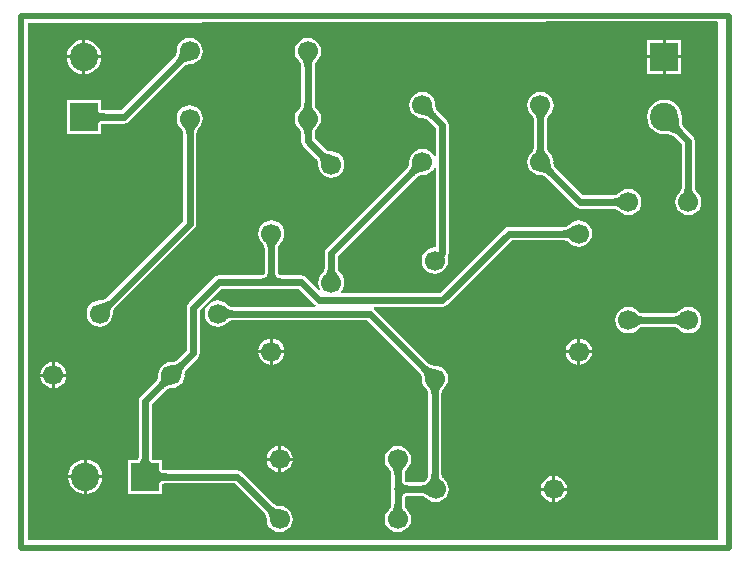
<source format=gbl>
G04 Layer_Physical_Order=2*
G04 Layer_Color=13278208*
%FSLAX44Y44*%
%MOMM*%
G71*
G01*
G75*
%ADD12C,0.6000*%
%ADD13C,0.5000*%
%ADD14R,2.4000X2.4000*%
%ADD15C,2.4000*%
%ADD16R,2.4000X2.4000*%
%ADD17C,1.7000*%
G36*
X590550Y444871D02*
Y6350D01*
X6350D01*
Y444500D01*
X589651Y445768D01*
X590550Y444871D01*
D02*
G37*
%LPC*%
G36*
X143040Y374355D02*
X140158Y373976D01*
X137472Y372863D01*
X135166Y371094D01*
X133397Y368788D01*
X132284Y366102D01*
X131905Y363220D01*
X132284Y360338D01*
X133397Y357652D01*
X135166Y355346D01*
X135406Y355162D01*
X135706Y354846D01*
X136082Y354386D01*
X136406Y353918D01*
X136683Y353440D01*
X136915Y352950D01*
X137104Y352443D01*
X137253Y351915D01*
X137360Y351362D01*
X137392Y351086D01*
Y276660D01*
X71426Y210694D01*
X71209Y210521D01*
X70742Y210206D01*
X70264Y209938D01*
X69771Y209713D01*
X69260Y209531D01*
X68727Y209388D01*
X68166Y209287D01*
X67575Y209227D01*
X67140Y209216D01*
X66840Y209255D01*
X63958Y208876D01*
X61272Y207763D01*
X58966Y205994D01*
X57197Y203688D01*
X56084Y201002D01*
X55705Y198120D01*
X56084Y195238D01*
X57197Y192552D01*
X58966Y190246D01*
X61272Y188477D01*
X63958Y187364D01*
X66840Y186985D01*
X69722Y187364D01*
X72408Y188477D01*
X74714Y190246D01*
X76483Y192552D01*
X77596Y195238D01*
X77975Y198120D01*
X77936Y198420D01*
X77947Y198855D01*
X78007Y199446D01*
X78108Y200007D01*
X78251Y200540D01*
X78433Y201051D01*
X78658Y201544D01*
X78926Y202022D01*
X79241Y202489D01*
X79414Y202706D01*
X147034Y270326D01*
X147034Y270326D01*
X148259Y272158D01*
X148689Y274320D01*
X148688Y274320D01*
Y351086D01*
X148720Y351362D01*
X148827Y351915D01*
X148976Y352443D01*
X149165Y352949D01*
X149397Y353440D01*
X149674Y353918D01*
X149998Y354386D01*
X150374Y354847D01*
X150674Y355162D01*
X150914Y355346D01*
X152683Y357652D01*
X153796Y360338D01*
X154175Y363220D01*
X153796Y366102D01*
X152683Y368788D01*
X150914Y371094D01*
X148608Y372863D01*
X145922Y373976D01*
X143040Y374355D01*
D02*
G37*
G36*
X217970Y85898D02*
X216358Y85686D01*
X213672Y84573D01*
X211366Y82804D01*
X209597Y80498D01*
X208484Y77812D01*
X208272Y76200D01*
X217970D01*
Y85898D01*
D02*
G37*
G36*
X565150Y203705D02*
X562268Y203326D01*
X559582Y202213D01*
X557276Y200444D01*
X557092Y200204D01*
X556777Y199904D01*
X556316Y199528D01*
X555848Y199204D01*
X555370Y198927D01*
X554880Y198695D01*
X554373Y198506D01*
X553845Y198357D01*
X553292Y198250D01*
X553016Y198218D01*
X526484D01*
X526208Y198250D01*
X525655Y198357D01*
X525127Y198506D01*
X524621Y198695D01*
X524130Y198927D01*
X523652Y199204D01*
X523184Y199528D01*
X522723Y199904D01*
X522408Y200204D01*
X522224Y200444D01*
X519918Y202213D01*
X517232Y203326D01*
X514350Y203705D01*
X511468Y203326D01*
X508782Y202213D01*
X506476Y200444D01*
X504707Y198138D01*
X503594Y195452D01*
X503215Y192570D01*
X503594Y189688D01*
X504707Y187002D01*
X506476Y184696D01*
X508782Y182927D01*
X511468Y181814D01*
X514350Y181435D01*
X517232Y181814D01*
X519918Y182927D01*
X522224Y184696D01*
X522408Y184936D01*
X522724Y185236D01*
X523184Y185612D01*
X523652Y185936D01*
X524130Y186213D01*
X524620Y186445D01*
X525127Y186634D01*
X525655Y186783D01*
X526208Y186890D01*
X526484Y186922D01*
X553016D01*
X553292Y186890D01*
X553845Y186783D01*
X554373Y186634D01*
X554879Y186445D01*
X555370Y186213D01*
X555848Y185936D01*
X556316Y185612D01*
X556777Y185236D01*
X557092Y184936D01*
X557276Y184696D01*
X559582Y182927D01*
X562268Y181814D01*
X565150Y181435D01*
X568032Y181814D01*
X570718Y182927D01*
X573024Y184696D01*
X574793Y187002D01*
X575906Y189688D01*
X576285Y192570D01*
X575906Y195452D01*
X574793Y198138D01*
X573024Y200444D01*
X570718Y202213D01*
X568032Y203326D01*
X565150Y203705D01*
D02*
G37*
G36*
X26200Y144780D02*
X16502D01*
X16714Y143168D01*
X17827Y140482D01*
X19596Y138176D01*
X21902Y136407D01*
X24588Y135294D01*
X26200Y135082D01*
Y144780D01*
D02*
G37*
G36*
X220510Y85898D02*
Y76200D01*
X230208D01*
X229996Y77812D01*
X228883Y80498D01*
X227114Y82804D01*
X224808Y84573D01*
X222122Y85686D01*
X220510Y85898D01*
D02*
G37*
G36*
X230208Y73660D02*
X220510D01*
Y63962D01*
X222122Y64174D01*
X224808Y65287D01*
X227114Y67056D01*
X228883Y69362D01*
X229996Y72048D01*
X230208Y73660D01*
D02*
G37*
G36*
X544830Y379266D02*
X541034Y378766D01*
X537497Y377301D01*
X534460Y374970D01*
X532129Y371933D01*
X530664Y368396D01*
X530164Y364600D01*
X530664Y360804D01*
X532129Y357267D01*
X534460Y354230D01*
X537497Y351899D01*
X541034Y350434D01*
X544830Y349935D01*
X545364Y350005D01*
X546318Y349991D01*
X547565Y349909D01*
X548717Y349765D01*
X549770Y349562D01*
X550727Y349306D01*
X551589Y349000D01*
X552359Y348648D01*
X553043Y348253D01*
X553566Y347876D01*
X559501Y341940D01*
Y304704D01*
X559470Y304428D01*
X559363Y303875D01*
X559214Y303347D01*
X559025Y302840D01*
X558793Y302350D01*
X558516Y301872D01*
X558192Y301404D01*
X557816Y300943D01*
X557516Y300628D01*
X557276Y300444D01*
X555507Y298138D01*
X554394Y295452D01*
X554015Y292570D01*
X554394Y289688D01*
X555507Y287002D01*
X557276Y284696D01*
X559582Y282927D01*
X562268Y281814D01*
X565150Y281435D01*
X568032Y281814D01*
X570718Y282927D01*
X573024Y284696D01*
X574793Y287002D01*
X575906Y289688D01*
X576285Y292570D01*
X575906Y295452D01*
X574793Y298138D01*
X573024Y300444D01*
X572784Y300628D01*
X572484Y300944D01*
X572108Y301404D01*
X571784Y301872D01*
X571507Y302350D01*
X571275Y302840D01*
X571086Y303347D01*
X570937Y303875D01*
X570830Y304428D01*
X570798Y304704D01*
Y344280D01*
X570799Y344280D01*
X570369Y346442D01*
X569144Y348274D01*
X569144Y348274D01*
X561554Y355864D01*
X561177Y356387D01*
X560782Y357071D01*
X560430Y357841D01*
X560124Y358703D01*
X559868Y359660D01*
X559673Y360675D01*
X559438Y363149D01*
X559425Y364066D01*
X559496Y364600D01*
X558996Y368396D01*
X557531Y371933D01*
X555200Y374970D01*
X552163Y377301D01*
X548626Y378766D01*
X544830Y379266D01*
D02*
G37*
G36*
X55870Y74498D02*
Y61270D01*
X69098D01*
X68766Y63796D01*
X67301Y67333D01*
X64970Y70370D01*
X61933Y72701D01*
X58396Y74166D01*
X55870Y74498D01*
D02*
G37*
G36*
X439890Y385785D02*
X437008Y385406D01*
X434322Y384293D01*
X432016Y382524D01*
X430247Y380218D01*
X429134Y377532D01*
X428755Y374650D01*
X429134Y371768D01*
X430247Y369082D01*
X432016Y366776D01*
X432256Y366592D01*
X432556Y366277D01*
X432932Y365816D01*
X433256Y365348D01*
X433533Y364870D01*
X433765Y364380D01*
X433954Y363873D01*
X434103Y363345D01*
X434210Y362792D01*
X434241Y362516D01*
Y338524D01*
X434210Y338248D01*
X434103Y337695D01*
X433954Y337167D01*
X433765Y336660D01*
X433533Y336170D01*
X433256Y335692D01*
X432932Y335224D01*
X432556Y334763D01*
X432256Y334448D01*
X432016Y334264D01*
X430247Y331958D01*
X429134Y329272D01*
X428755Y326390D01*
X429134Y323508D01*
X430247Y320822D01*
X432016Y318516D01*
X434322Y316747D01*
X437008Y315634D01*
X439890Y315255D01*
X440190Y315294D01*
X440625Y315283D01*
X441216Y315223D01*
X441777Y315122D01*
X442310Y314979D01*
X442821Y314797D01*
X443314Y314572D01*
X443792Y314304D01*
X444259Y313989D01*
X444476Y313816D01*
X469716Y288576D01*
X469716Y288576D01*
X471548Y287351D01*
X473710Y286921D01*
X473710Y286922D01*
X502216D01*
X502492Y286890D01*
X503045Y286783D01*
X503573Y286634D01*
X504080Y286445D01*
X504570Y286213D01*
X505048Y285936D01*
X505516Y285612D01*
X505977Y285236D01*
X506292Y284936D01*
X506476Y284696D01*
X508782Y282927D01*
X511468Y281814D01*
X514350Y281435D01*
X517232Y281814D01*
X519918Y282927D01*
X522224Y284696D01*
X523993Y287002D01*
X525106Y289688D01*
X525485Y292570D01*
X525106Y295452D01*
X523993Y298138D01*
X522224Y300444D01*
X519918Y302213D01*
X517232Y303326D01*
X514350Y303705D01*
X511468Y303326D01*
X508782Y302213D01*
X506476Y300444D01*
X506292Y300204D01*
X505976Y299904D01*
X505516Y299528D01*
X505048Y299204D01*
X504570Y298927D01*
X504080Y298695D01*
X503573Y298506D01*
X503045Y298357D01*
X502492Y298250D01*
X502216Y298218D01*
X476050D01*
X452464Y321804D01*
X452291Y322021D01*
X451976Y322489D01*
X451708Y322966D01*
X451483Y323459D01*
X451301Y323970D01*
X451158Y324503D01*
X451057Y325064D01*
X450997Y325655D01*
X450986Y326090D01*
X451025Y326390D01*
X450646Y329272D01*
X449533Y331958D01*
X447764Y334264D01*
X447524Y334448D01*
X447224Y334763D01*
X446848Y335224D01*
X446524Y335692D01*
X446247Y336170D01*
X446015Y336660D01*
X445826Y337167D01*
X445677Y337695D01*
X445570Y338248D01*
X445538Y338524D01*
Y362516D01*
X445570Y362792D01*
X445677Y363345D01*
X445826Y363873D01*
X446015Y364380D01*
X446247Y364870D01*
X446524Y365348D01*
X446848Y365816D01*
X447224Y366277D01*
X447524Y366592D01*
X447764Y366776D01*
X449533Y369082D01*
X450646Y371768D01*
X451025Y374650D01*
X450646Y377532D01*
X449533Y380218D01*
X447764Y382524D01*
X445458Y384293D01*
X442772Y385406D01*
X439890Y385785D01*
D02*
G37*
G36*
X243040Y431505D02*
X240158Y431126D01*
X237472Y430013D01*
X235166Y428244D01*
X233397Y425938D01*
X232284Y423252D01*
X231905Y420370D01*
X232284Y417488D01*
X233397Y414802D01*
X235166Y412496D01*
X235406Y412312D01*
X235706Y411996D01*
X236082Y411536D01*
X236406Y411068D01*
X236683Y410590D01*
X236915Y410100D01*
X237104Y409593D01*
X237253Y409065D01*
X237360Y408512D01*
X237391Y408236D01*
Y375354D01*
X237360Y375078D01*
X237253Y374525D01*
X237104Y373997D01*
X236915Y373490D01*
X236683Y373000D01*
X236406Y372522D01*
X236082Y372054D01*
X235706Y371593D01*
X235406Y371278D01*
X235166Y371094D01*
X233397Y368788D01*
X232284Y366102D01*
X231905Y363220D01*
X232284Y360338D01*
X233397Y357652D01*
X235166Y355346D01*
X235406Y355162D01*
X235706Y354846D01*
X236082Y354386D01*
X236406Y353918D01*
X236683Y353440D01*
X236915Y352950D01*
X237104Y352443D01*
X237253Y351915D01*
X237360Y351362D01*
X237391Y351086D01*
Y344170D01*
X237391Y344170D01*
X237821Y342008D01*
X239046Y340176D01*
X250316Y328906D01*
X250489Y328689D01*
X250804Y328222D01*
X251072Y327744D01*
X251297Y327251D01*
X251479Y326740D01*
X251622Y326207D01*
X251723Y325646D01*
X251783Y325055D01*
X251794Y324620D01*
X251755Y324320D01*
X252134Y321438D01*
X253247Y318752D01*
X255016Y316446D01*
X257322Y314677D01*
X260008Y313564D01*
X262890Y313185D01*
X265772Y313564D01*
X268458Y314677D01*
X270764Y316446D01*
X272533Y318752D01*
X273646Y321438D01*
X274025Y324320D01*
X273646Y327202D01*
X272533Y329888D01*
X270764Y332194D01*
X268458Y333963D01*
X265772Y335076D01*
X262890Y335455D01*
X262590Y335416D01*
X262155Y335427D01*
X261564Y335487D01*
X261003Y335588D01*
X260470Y335731D01*
X259959Y335913D01*
X259466Y336138D01*
X258988Y336406D01*
X258521Y336721D01*
X258304Y336894D01*
X248689Y346510D01*
Y351086D01*
X248720Y351362D01*
X248827Y351915D01*
X248976Y352443D01*
X249165Y352949D01*
X249397Y353440D01*
X249674Y353918D01*
X249998Y354386D01*
X250374Y354847D01*
X250674Y355162D01*
X250914Y355346D01*
X252683Y357652D01*
X253796Y360338D01*
X254175Y363220D01*
X253796Y366102D01*
X252683Y368788D01*
X250914Y371094D01*
X250674Y371278D01*
X250374Y371594D01*
X249998Y372054D01*
X249674Y372522D01*
X249397Y373000D01*
X249165Y373490D01*
X248976Y373997D01*
X248827Y374525D01*
X248720Y375078D01*
X248689Y375354D01*
Y408236D01*
X248720Y408512D01*
X248827Y409065D01*
X248976Y409593D01*
X249165Y410099D01*
X249397Y410590D01*
X249674Y411068D01*
X249998Y411536D01*
X250374Y411997D01*
X250674Y412312D01*
X250914Y412496D01*
X252683Y414802D01*
X253796Y417488D01*
X254175Y420370D01*
X253796Y423252D01*
X252683Y425938D01*
X250914Y428244D01*
X248608Y430013D01*
X245922Y431126D01*
X243040Y431505D01*
D02*
G37*
G36*
X217970Y73660D02*
X208272D01*
X208484Y72048D01*
X209597Y69362D01*
X211366Y67056D01*
X213672Y65287D01*
X216358Y64174D01*
X217970Y63962D01*
Y73660D01*
D02*
G37*
G36*
X210820Y164630D02*
X201122D01*
X201334Y163018D01*
X202447Y160332D01*
X204216Y158026D01*
X206522Y156257D01*
X209208Y155144D01*
X210820Y154932D01*
Y164630D01*
D02*
G37*
G36*
X471170D02*
X461472D01*
X461684Y163018D01*
X462797Y160332D01*
X464566Y158026D01*
X466872Y156257D01*
X469558Y155144D01*
X471170Y154932D01*
Y164630D01*
D02*
G37*
G36*
X28740Y157018D02*
Y147320D01*
X38438D01*
X38226Y148932D01*
X37113Y151618D01*
X35344Y153924D01*
X33038Y155693D01*
X30352Y156806D01*
X28740Y157018D01*
D02*
G37*
G36*
X38438Y144780D02*
X28740D01*
Y135082D01*
X30352Y135294D01*
X33038Y136407D01*
X35344Y138176D01*
X37113Y140482D01*
X38226Y143168D01*
X38438Y144780D01*
D02*
G37*
G36*
X26200Y157018D02*
X24588Y156806D01*
X21902Y155693D01*
X19596Y153924D01*
X17827Y151618D01*
X16714Y148932D01*
X16502Y147320D01*
X26200D01*
Y157018D01*
D02*
G37*
G36*
X223058Y164630D02*
X213360D01*
Y154932D01*
X214972Y155144D01*
X217658Y156257D01*
X219964Y158026D01*
X221733Y160332D01*
X222846Y163018D01*
X223058Y164630D01*
D02*
G37*
G36*
X213360Y176868D02*
Y167170D01*
X223058D01*
X222846Y168782D01*
X221733Y171468D01*
X219964Y173774D01*
X217658Y175543D01*
X214972Y176656D01*
X213360Y176868D01*
D02*
G37*
G36*
X473710D02*
Y167170D01*
X483408D01*
X483196Y168782D01*
X482083Y171468D01*
X480314Y173774D01*
X478008Y175543D01*
X475322Y176656D01*
X473710Y176868D01*
D02*
G37*
G36*
X471170D02*
X469558Y176656D01*
X466872Y175543D01*
X464566Y173774D01*
X462797Y171468D01*
X461684Y168782D01*
X461472Y167170D01*
X471170D01*
Y176868D01*
D02*
G37*
G36*
X483408Y164630D02*
X473710D01*
Y154932D01*
X475322Y155144D01*
X478008Y156257D01*
X480314Y158026D01*
X482083Y160332D01*
X483196Y163018D01*
X483408Y164630D01*
D02*
G37*
G36*
X210820Y176868D02*
X209208Y176656D01*
X206522Y175543D01*
X204216Y173774D01*
X202447Y171468D01*
X201334Y168782D01*
X201122Y167170D01*
X210820D01*
Y176868D01*
D02*
G37*
G36*
X462288Y48260D02*
X452590D01*
Y38562D01*
X454202Y38774D01*
X456888Y39887D01*
X459194Y41656D01*
X460963Y43962D01*
X462076Y46648D01*
X462288Y48260D01*
D02*
G37*
G36*
X52070Y414130D02*
X38842D01*
X39174Y411604D01*
X40639Y408067D01*
X42970Y405030D01*
X46007Y402699D01*
X49544Y401234D01*
X52070Y400902D01*
Y414130D01*
D02*
G37*
G36*
X543560Y429940D02*
X530290D01*
Y416670D01*
X543560D01*
Y429940D01*
D02*
G37*
G36*
X143040Y431505D02*
X140158Y431126D01*
X137472Y430013D01*
X135166Y428244D01*
X133397Y425938D01*
X132284Y423252D01*
X131905Y420370D01*
X131944Y420070D01*
X131933Y419635D01*
X131873Y419044D01*
X131772Y418483D01*
X131629Y417950D01*
X131447Y417439D01*
X131222Y416946D01*
X130954Y416469D01*
X130639Y416001D01*
X130466Y415784D01*
X84930Y370248D01*
X69949D01*
X69464Y370291D01*
X68782Y370404D01*
X68276Y370540D01*
X67955Y370671D01*
X67880Y370716D01*
Y379140D01*
X38800D01*
Y350060D01*
X67880D01*
Y358484D01*
X67955Y358530D01*
X68276Y358660D01*
X68782Y358796D01*
X69464Y358909D01*
X69949Y358951D01*
X87270D01*
X87270Y358951D01*
X89432Y359381D01*
X91264Y360606D01*
X138454Y407796D01*
X138671Y407969D01*
X139138Y408284D01*
X139616Y408552D01*
X140109Y408777D01*
X140620Y408959D01*
X141153Y409102D01*
X141714Y409203D01*
X142305Y409263D01*
X142740Y409274D01*
X143040Y409235D01*
X145922Y409614D01*
X148608Y410727D01*
X150914Y412496D01*
X152683Y414802D01*
X153796Y417488D01*
X154175Y420370D01*
X153796Y423252D01*
X152683Y425938D01*
X150914Y428244D01*
X148608Y430013D01*
X145922Y431126D01*
X143040Y431505D01*
D02*
G37*
G36*
X543560Y414130D02*
X530290D01*
Y400860D01*
X543560D01*
Y414130D01*
D02*
G37*
G36*
X559370D02*
X546100D01*
Y400860D01*
X559370D01*
Y414130D01*
D02*
G37*
G36*
X450050Y48260D02*
X440352D01*
X440564Y46648D01*
X441677Y43962D01*
X443446Y41656D01*
X445752Y39887D01*
X448438Y38774D01*
X450050Y38562D01*
Y48260D01*
D02*
G37*
G36*
X67838Y414130D02*
X54610D01*
Y400902D01*
X57136Y401234D01*
X60673Y402699D01*
X63710Y405030D01*
X66041Y408067D01*
X67506Y411604D01*
X67838Y414130D01*
D02*
G37*
G36*
X53330Y58730D02*
X40102D01*
X40434Y56204D01*
X41899Y52667D01*
X44230Y49630D01*
X47267Y47299D01*
X50804Y45834D01*
X53330Y45502D01*
Y58730D01*
D02*
G37*
G36*
X54610Y429898D02*
Y416670D01*
X67838D01*
X67506Y419196D01*
X66041Y422733D01*
X63710Y425770D01*
X60673Y428101D01*
X57136Y429566D01*
X54610Y429898D01*
D02*
G37*
G36*
X452590Y60498D02*
Y50800D01*
X462288D01*
X462076Y52412D01*
X460963Y55098D01*
X459194Y57404D01*
X456888Y59173D01*
X454202Y60286D01*
X452590Y60498D01*
D02*
G37*
G36*
X53330Y74498D02*
X50804Y74166D01*
X47267Y72701D01*
X44230Y70370D01*
X41899Y67333D01*
X40434Y63796D01*
X40102Y61270D01*
X53330D01*
Y74498D01*
D02*
G37*
G36*
X559370Y429940D02*
X546100D01*
Y416670D01*
X559370D01*
Y429940D01*
D02*
G37*
G36*
X339890Y385785D02*
X337008Y385406D01*
X334322Y384293D01*
X332016Y382524D01*
X330247Y380218D01*
X329134Y377532D01*
X328755Y374650D01*
X329134Y371768D01*
X330247Y369082D01*
X332016Y366776D01*
X334322Y365007D01*
X337008Y363894D01*
X339890Y363515D01*
X340190Y363554D01*
X340625Y363543D01*
X341216Y363483D01*
X341777Y363382D01*
X342310Y363239D01*
X342821Y363057D01*
X343314Y362832D01*
X343792Y362564D01*
X344259Y362249D01*
X344476Y362076D01*
X351222Y355330D01*
Y331201D01*
X349952Y330948D01*
X349533Y331958D01*
X347764Y334264D01*
X345458Y336033D01*
X342772Y337146D01*
X339890Y337525D01*
X337008Y337146D01*
X334322Y336033D01*
X332016Y334264D01*
X330247Y331958D01*
X329134Y329272D01*
X328755Y326390D01*
X328794Y326090D01*
X328783Y325655D01*
X328723Y325064D01*
X328622Y324503D01*
X328479Y323970D01*
X328297Y323459D01*
X328072Y322966D01*
X327804Y322489D01*
X327489Y322021D01*
X327316Y321804D01*
X258896Y253384D01*
X257671Y251552D01*
X257241Y249390D01*
X257241Y249390D01*
Y236454D01*
X257210Y236178D01*
X257103Y235625D01*
X256954Y235097D01*
X256765Y234590D01*
X256533Y234100D01*
X256256Y233622D01*
X255932Y233154D01*
X255556Y232693D01*
X255256Y232378D01*
X255016Y232194D01*
X253247Y229888D01*
X252134Y227202D01*
X251755Y224320D01*
X252134Y221438D01*
X253247Y218752D01*
X252221Y218048D01*
X241484Y228784D01*
X239652Y230009D01*
X237490Y230439D01*
X237490Y230438D01*
X220184D01*
X219568Y230547D01*
X219061Y230716D01*
X218697Y230912D01*
X218430Y231130D01*
X218212Y231397D01*
X218016Y231761D01*
X217847Y232268D01*
X217738Y232884D01*
Y253766D01*
X217770Y254042D01*
X217877Y254595D01*
X218026Y255123D01*
X218215Y255630D01*
X218447Y256120D01*
X218724Y256598D01*
X219048Y257066D01*
X219424Y257527D01*
X219724Y257842D01*
X219964Y258026D01*
X221733Y260332D01*
X222846Y263018D01*
X223225Y265900D01*
X222846Y268782D01*
X221733Y271468D01*
X219964Y273774D01*
X217658Y275543D01*
X214972Y276656D01*
X212090Y277035D01*
X209208Y276656D01*
X206522Y275543D01*
X204216Y273774D01*
X202447Y271468D01*
X201334Y268782D01*
X200955Y265900D01*
X201334Y263018D01*
X202447Y260332D01*
X204216Y258026D01*
X204456Y257842D01*
X204756Y257526D01*
X205132Y257066D01*
X205456Y256598D01*
X205733Y256120D01*
X205965Y255630D01*
X206154Y255123D01*
X206303Y254595D01*
X206410Y254042D01*
X206441Y253766D01*
Y232884D01*
X206333Y232268D01*
X206164Y231761D01*
X205968Y231397D01*
X205750Y231130D01*
X205483Y230912D01*
X205119Y230716D01*
X204612Y230547D01*
X203996Y230438D01*
X167640D01*
X167640Y230439D01*
X165478Y230009D01*
X163646Y228784D01*
X163646Y228784D01*
X142056Y207194D01*
X140831Y205362D01*
X140401Y203200D01*
X140401Y203200D01*
Y166970D01*
X132056Y158624D01*
X131839Y158451D01*
X131371Y158136D01*
X130894Y157868D01*
X130401Y157643D01*
X129890Y157461D01*
X129357Y157318D01*
X128796Y157217D01*
X128205Y157157D01*
X127770Y157146D01*
X127470Y157185D01*
X124588Y156806D01*
X121902Y155693D01*
X119596Y153924D01*
X117827Y151618D01*
X116714Y148932D01*
X116335Y146050D01*
X116374Y145750D01*
X116363Y145315D01*
X116303Y144724D01*
X116202Y144163D01*
X116059Y143630D01*
X115877Y143119D01*
X115652Y142626D01*
X115384Y142149D01*
X115069Y141681D01*
X114896Y141464D01*
X101406Y127974D01*
X100181Y126142D01*
X99751Y123980D01*
X99752Y123980D01*
Y76609D01*
X99709Y76124D01*
X99596Y75442D01*
X99460Y74936D01*
X99330Y74615D01*
X99284Y74540D01*
X90860D01*
Y45460D01*
X119940D01*
Y53884D01*
X120015Y53930D01*
X120336Y54060D01*
X120842Y54196D01*
X121524Y54309D01*
X122009Y54352D01*
X181030D01*
X206666Y28716D01*
X206839Y28499D01*
X207154Y28031D01*
X207422Y27554D01*
X207647Y27061D01*
X207829Y26550D01*
X207972Y26017D01*
X208073Y25456D01*
X208133Y24865D01*
X208144Y24430D01*
X208105Y24130D01*
X208484Y21248D01*
X209597Y18562D01*
X211366Y16256D01*
X213672Y14487D01*
X216358Y13374D01*
X219240Y12995D01*
X222122Y13374D01*
X224808Y14487D01*
X227114Y16256D01*
X228883Y18562D01*
X229996Y21248D01*
X230375Y24130D01*
X229996Y27012D01*
X228883Y29698D01*
X227114Y32004D01*
X224808Y33773D01*
X222122Y34886D01*
X219240Y35265D01*
X218940Y35226D01*
X218505Y35237D01*
X217914Y35297D01*
X217353Y35398D01*
X216820Y35541D01*
X216309Y35723D01*
X215816Y35948D01*
X215338Y36216D01*
X214871Y36531D01*
X214654Y36704D01*
X187364Y63994D01*
X185532Y65219D01*
X183370Y65649D01*
X183370Y65648D01*
X122009D01*
X121524Y65691D01*
X120842Y65804D01*
X120336Y65940D01*
X120015Y66070D01*
X119940Y66116D01*
Y74540D01*
X111516D01*
X111470Y74615D01*
X111340Y74936D01*
X111204Y75442D01*
X111091Y76124D01*
X111048Y76609D01*
Y121640D01*
X122884Y133476D01*
X123101Y133649D01*
X123568Y133964D01*
X124046Y134232D01*
X124539Y134457D01*
X125050Y134639D01*
X125583Y134782D01*
X126144Y134883D01*
X126735Y134943D01*
X127170Y134954D01*
X127470Y134915D01*
X130352Y135294D01*
X133038Y136407D01*
X135344Y138176D01*
X137113Y140482D01*
X138226Y143168D01*
X138605Y146050D01*
X138566Y146350D01*
X138577Y146785D01*
X138637Y147376D01*
X138738Y147937D01*
X138881Y148470D01*
X139063Y148981D01*
X139288Y149474D01*
X139556Y149951D01*
X139871Y150419D01*
X140044Y150636D01*
X150044Y160636D01*
X150044Y160636D01*
X151269Y162468D01*
X151699Y164630D01*
X151699Y164630D01*
Y200860D01*
X169980Y219142D01*
X235150D01*
X248736Y205556D01*
X248736Y205556D01*
X249510Y205039D01*
X249125Y203769D01*
X178974D01*
X178698Y203800D01*
X178145Y203907D01*
X177617Y204056D01*
X177111Y204245D01*
X176620Y204477D01*
X176142Y204754D01*
X175674Y205078D01*
X175213Y205454D01*
X174898Y205754D01*
X174714Y205994D01*
X172408Y207763D01*
X169722Y208876D01*
X166840Y209255D01*
X163958Y208876D01*
X161272Y207763D01*
X158966Y205994D01*
X157197Y203688D01*
X156084Y201002D01*
X155705Y198120D01*
X156084Y195238D01*
X157197Y192552D01*
X158966Y190246D01*
X161272Y188477D01*
X163958Y187364D01*
X166840Y186985D01*
X169722Y187364D01*
X172408Y188477D01*
X174714Y190246D01*
X174898Y190486D01*
X175214Y190786D01*
X175674Y191162D01*
X176142Y191486D01*
X176620Y191763D01*
X177110Y191995D01*
X177617Y192184D01*
X178145Y192333D01*
X178698Y192440D01*
X178974Y192472D01*
X293100D01*
X337946Y147626D01*
X338119Y147409D01*
X338434Y146941D01*
X338702Y146464D01*
X338927Y145971D01*
X339109Y145460D01*
X339252Y144927D01*
X339353Y144366D01*
X339413Y143775D01*
X339424Y143340D01*
X339385Y143040D01*
X339764Y140158D01*
X340877Y137472D01*
X342646Y135166D01*
X342886Y134982D01*
X343186Y134667D01*
X343562Y134206D01*
X343886Y133738D01*
X344163Y133260D01*
X344395Y132770D01*
X344584Y132263D01*
X344733Y131735D01*
X344840Y131182D01*
X344871Y130906D01*
Y61262D01*
X344846Y61015D01*
X344743Y60434D01*
X344601Y59871D01*
X344418Y59320D01*
X344194Y58780D01*
X343927Y58248D01*
X343614Y57722D01*
X343254Y57201D01*
X343111Y57021D01*
X342947Y56864D01*
X342486Y56488D01*
X342018Y56164D01*
X341540Y55887D01*
X341050Y55655D01*
X340543Y55466D01*
X340015Y55317D01*
X339462Y55210D01*
X339186Y55178D01*
X327334D01*
X326718Y55287D01*
X326211Y55456D01*
X325847Y55652D01*
X325580Y55870D01*
X325362Y56137D01*
X325166Y56501D01*
X324997Y57008D01*
X324888Y57624D01*
Y62796D01*
X324920Y63072D01*
X325027Y63625D01*
X325176Y64153D01*
X325365Y64660D01*
X325597Y65150D01*
X325874Y65628D01*
X326198Y66096D01*
X326574Y66557D01*
X326874Y66872D01*
X327114Y67056D01*
X328883Y69362D01*
X329996Y72048D01*
X330375Y74930D01*
X329996Y77812D01*
X328883Y80498D01*
X327114Y82804D01*
X324808Y84573D01*
X322122Y85686D01*
X319240Y86065D01*
X316358Y85686D01*
X313672Y84573D01*
X311366Y82804D01*
X309597Y80498D01*
X308484Y77812D01*
X308105Y74930D01*
X308484Y72048D01*
X309597Y69362D01*
X311366Y67056D01*
X311606Y66872D01*
X311906Y66557D01*
X312282Y66096D01*
X312606Y65628D01*
X312883Y65150D01*
X313115Y64660D01*
X313304Y64153D01*
X313453Y63625D01*
X313560Y63072D01*
X313591Y62796D01*
Y49530D01*
Y36264D01*
X313560Y35988D01*
X313453Y35435D01*
X313304Y34907D01*
X313115Y34400D01*
X312883Y33910D01*
X312606Y33432D01*
X312282Y32964D01*
X311906Y32503D01*
X311606Y32188D01*
X311366Y32004D01*
X309597Y29698D01*
X308484Y27012D01*
X308105Y24130D01*
X308484Y21248D01*
X309597Y18562D01*
X311366Y16256D01*
X313672Y14487D01*
X316358Y13374D01*
X319240Y12995D01*
X322122Y13374D01*
X324808Y14487D01*
X327114Y16256D01*
X328883Y18562D01*
X329996Y21248D01*
X330375Y24130D01*
X329996Y27012D01*
X328883Y29698D01*
X327114Y32004D01*
X326874Y32188D01*
X326574Y32503D01*
X326198Y32964D01*
X325874Y33432D01*
X325597Y33910D01*
X325365Y34400D01*
X325176Y34907D01*
X325027Y35435D01*
X324920Y35988D01*
X324888Y36264D01*
Y41436D01*
X324997Y42052D01*
X325166Y42559D01*
X325362Y42923D01*
X325580Y43190D01*
X325847Y43408D01*
X326211Y43604D01*
X326718Y43773D01*
X327334Y43882D01*
X339186D01*
X339462Y43850D01*
X340015Y43743D01*
X340543Y43594D01*
X341049Y43405D01*
X341540Y43173D01*
X342018Y42896D01*
X342486Y42572D01*
X342947Y42196D01*
X343262Y41896D01*
X343446Y41656D01*
X345752Y39887D01*
X348438Y38774D01*
X351320Y38395D01*
X354202Y38774D01*
X356888Y39887D01*
X359194Y41656D01*
X360963Y43962D01*
X362076Y46648D01*
X362455Y49530D01*
X362076Y52412D01*
X360963Y55098D01*
X359194Y57404D01*
X358478Y57953D01*
X358383Y58078D01*
X357867Y58532D01*
X357487Y58928D01*
X357162Y59334D01*
X356886Y59754D01*
X356655Y60190D01*
X356464Y60651D01*
X356314Y61140D01*
X356204Y61666D01*
X356169Y61956D01*
Y130906D01*
X356200Y131182D01*
X356307Y131735D01*
X356456Y132263D01*
X356645Y132769D01*
X356877Y133260D01*
X357154Y133738D01*
X357478Y134206D01*
X357854Y134667D01*
X358154Y134982D01*
X358394Y135166D01*
X360163Y137472D01*
X361276Y140158D01*
X361655Y143040D01*
X361276Y145922D01*
X360163Y148608D01*
X358394Y150914D01*
X356088Y152683D01*
X353402Y153796D01*
X350520Y154175D01*
X350220Y154136D01*
X349785Y154147D01*
X349194Y154207D01*
X348633Y154308D01*
X348100Y154451D01*
X347589Y154633D01*
X347096Y154858D01*
X346618Y155126D01*
X346151Y155441D01*
X345934Y155614D01*
X299434Y202114D01*
X298660Y202631D01*
X299045Y203902D01*
X356870D01*
X356870Y203901D01*
X359032Y204331D01*
X360864Y205556D01*
X415560Y260252D01*
X460306D01*
X460582Y260220D01*
X461135Y260113D01*
X461663Y259964D01*
X462169Y259775D01*
X462660Y259543D01*
X463138Y259266D01*
X463606Y258942D01*
X464067Y258566D01*
X464382Y258266D01*
X464566Y258026D01*
X466872Y256257D01*
X469558Y255144D01*
X472440Y254765D01*
X475322Y255144D01*
X478008Y256257D01*
X480314Y258026D01*
X482083Y260332D01*
X483196Y263018D01*
X483575Y265900D01*
X483196Y268782D01*
X482083Y271468D01*
X480314Y273774D01*
X478008Y275543D01*
X475322Y276656D01*
X472440Y277035D01*
X469558Y276656D01*
X466872Y275543D01*
X464566Y273774D01*
X464382Y273534D01*
X464067Y273234D01*
X463606Y272858D01*
X463138Y272534D01*
X462660Y272257D01*
X462170Y272025D01*
X461663Y271836D01*
X461135Y271687D01*
X460582Y271580D01*
X460306Y271549D01*
X413220D01*
X411058Y271119D01*
X409226Y269894D01*
X409226Y269894D01*
X354530Y215198D01*
X271113D01*
X270844Y215991D01*
X270781Y216469D01*
X272533Y218752D01*
X273646Y221438D01*
X274025Y224320D01*
X273646Y227202D01*
X272533Y229888D01*
X270764Y232194D01*
X270524Y232378D01*
X270224Y232694D01*
X269848Y233154D01*
X269524Y233622D01*
X269247Y234100D01*
X269015Y234590D01*
X268826Y235097D01*
X268677Y235625D01*
X268570Y236178D01*
X268538Y236454D01*
Y247050D01*
X335304Y313816D01*
X335521Y313989D01*
X335989Y314304D01*
X336466Y314572D01*
X336959Y314797D01*
X337470Y314979D01*
X338003Y315122D01*
X338564Y315223D01*
X339155Y315283D01*
X339590Y315294D01*
X339890Y315255D01*
X342772Y315634D01*
X345458Y316747D01*
X347764Y318516D01*
X349533Y320822D01*
X349952Y321832D01*
X351222Y321579D01*
Y254790D01*
X350520Y254175D01*
X347638Y253796D01*
X344952Y252683D01*
X342646Y250914D01*
X340877Y248608D01*
X339764Y245922D01*
X339385Y243040D01*
X339764Y240158D01*
X340877Y237472D01*
X342646Y235166D01*
X344952Y233397D01*
X347638Y232284D01*
X350520Y231905D01*
X353402Y232284D01*
X356088Y233397D01*
X358394Y235166D01*
X360163Y237472D01*
X361276Y240158D01*
X361655Y243040D01*
X361276Y245922D01*
X361253Y245978D01*
X362089Y247228D01*
X362519Y249390D01*
Y357670D01*
X362089Y359832D01*
X360864Y361664D01*
X360864Y361664D01*
X352464Y370064D01*
X352291Y370281D01*
X351976Y370748D01*
X351708Y371226D01*
X351483Y371719D01*
X351301Y372230D01*
X351158Y372763D01*
X351057Y373324D01*
X350997Y373915D01*
X350986Y374350D01*
X351025Y374650D01*
X350646Y377532D01*
X349533Y380218D01*
X347764Y382524D01*
X345458Y384293D01*
X342772Y385406D01*
X339890Y385785D01*
D02*
G37*
G36*
X69098Y58730D02*
X55870D01*
Y45502D01*
X58396Y45834D01*
X61933Y47299D01*
X64970Y49630D01*
X67301Y52667D01*
X68766Y56204D01*
X69098Y58730D01*
D02*
G37*
G36*
X52070Y429898D02*
X49544Y429566D01*
X46007Y428101D01*
X42970Y425770D01*
X40639Y422733D01*
X39174Y419196D01*
X38842Y416670D01*
X52070D01*
Y429898D01*
D02*
G37*
G36*
X450050Y60498D02*
X448438Y60286D01*
X445752Y59173D01*
X443446Y57404D01*
X441677Y55098D01*
X440564Y52412D01*
X440352Y50800D01*
X450050D01*
Y60498D01*
D02*
G37*
%LPD*%
G36*
X148429Y356559D02*
X147928Y355945D01*
X147486Y355307D01*
X147102Y354645D01*
X146777Y353958D01*
X146512Y353248D01*
X146306Y352514D01*
X146158Y351755D01*
X146069Y350973D01*
X146040Y350167D01*
X140040D01*
X140010Y350973D01*
X139922Y351755D01*
X139775Y352514D01*
X139568Y353248D01*
X139303Y353958D01*
X138978Y354645D01*
X138595Y355307D01*
X138152Y355945D01*
X137650Y356559D01*
X137090Y357150D01*
X148990D01*
X148429Y356559D01*
D02*
G37*
G36*
X78191Y205229D02*
X77642Y204638D01*
X77151Y204022D01*
X76719Y203381D01*
X76346Y202716D01*
X76032Y202026D01*
X75776Y201311D01*
X75579Y200572D01*
X75440Y199808D01*
X75361Y199019D01*
X75340Y198205D01*
X66925Y206620D01*
X67739Y206641D01*
X68528Y206720D01*
X69292Y206859D01*
X70031Y207056D01*
X70746Y207312D01*
X71436Y207626D01*
X72101Y207999D01*
X72742Y208431D01*
X73358Y208922D01*
X73948Y209471D01*
X78191Y205229D01*
D02*
G37*
G36*
X521011Y197959D02*
X521625Y197458D01*
X522263Y197015D01*
X522925Y196632D01*
X523612Y196308D01*
X524322Y196042D01*
X525056Y195835D01*
X525815Y195688D01*
X526597Y195599D01*
X527403Y195570D01*
Y189570D01*
X526597Y189541D01*
X525815Y189452D01*
X525056Y189305D01*
X524322Y189098D01*
X523612Y188832D01*
X522925Y188508D01*
X522263Y188125D01*
X521625Y187682D01*
X521011Y187181D01*
X520420Y186620D01*
Y198520D01*
X521011Y197959D01*
D02*
G37*
G36*
X559080Y186620D02*
X558489Y187181D01*
X557875Y187682D01*
X557237Y188125D01*
X556575Y188508D01*
X555888Y188832D01*
X555178Y189098D01*
X554444Y189305D01*
X553685Y189452D01*
X552903Y189541D01*
X552097Y189570D01*
Y195570D01*
X552903Y195599D01*
X553685Y195688D01*
X554444Y195835D01*
X555178Y196042D01*
X555888Y196308D01*
X556575Y196632D01*
X557237Y197015D01*
X557875Y197458D01*
X558489Y197959D01*
X559080Y198520D01*
Y186620D01*
D02*
G37*
G36*
X556850Y363008D02*
X557106Y360308D01*
X557342Y359080D01*
X557649Y357933D01*
X558027Y356867D01*
X558478Y355882D01*
X559000Y354978D01*
X559593Y354156D01*
X560258Y353414D01*
X556016Y349172D01*
X555274Y349837D01*
X554452Y350430D01*
X553548Y350952D01*
X552563Y351403D01*
X551497Y351781D01*
X550350Y352088D01*
X549122Y352324D01*
X547812Y352488D01*
X546422Y352580D01*
X544950Y352601D01*
X556829Y364480D01*
X556850Y363008D01*
D02*
G37*
G36*
X568180Y304817D02*
X568268Y304035D01*
X568415Y303276D01*
X568622Y302542D01*
X568887Y301832D01*
X569212Y301145D01*
X569595Y300483D01*
X570038Y299845D01*
X570540Y299230D01*
X571100Y298640D01*
X559200D01*
X559761Y299230D01*
X560262Y299845D01*
X560704Y300483D01*
X561088Y301145D01*
X561413Y301832D01*
X561678Y302542D01*
X561884Y303276D01*
X562032Y304035D01*
X562121Y304817D01*
X562150Y305623D01*
X568150D01*
X568180Y304817D01*
D02*
G37*
G36*
X448411Y325491D02*
X448490Y324702D01*
X448629Y323938D01*
X448826Y323199D01*
X449082Y322484D01*
X449396Y321794D01*
X449770Y321129D01*
X450201Y320488D01*
X450692Y319872D01*
X451241Y319282D01*
X446998Y315039D01*
X446408Y315588D01*
X445792Y316079D01*
X445151Y316511D01*
X444486Y316884D01*
X443796Y317198D01*
X443082Y317454D01*
X442342Y317651D01*
X441578Y317790D01*
X440789Y317869D01*
X439975Y317890D01*
X448390Y326305D01*
X448411Y325491D01*
D02*
G37*
G36*
X442920Y338637D02*
X443008Y337854D01*
X443156Y337096D01*
X443362Y336362D01*
X443628Y335652D01*
X443952Y334965D01*
X444336Y334303D01*
X444778Y333665D01*
X445280Y333050D01*
X445840Y332460D01*
X433940D01*
X434501Y333050D01*
X435002Y333665D01*
X435444Y334303D01*
X435828Y334965D01*
X436152Y335652D01*
X436418Y336362D01*
X436624Y337096D01*
X436772Y337854D01*
X436861Y338637D01*
X436890Y339443D01*
X442890D01*
X442920Y338637D01*
D02*
G37*
G36*
X445280Y367990D02*
X444778Y367375D01*
X444336Y366737D01*
X443952Y366075D01*
X443628Y365388D01*
X443362Y364678D01*
X443156Y363944D01*
X443008Y363186D01*
X442920Y362403D01*
X442890Y361597D01*
X436890D01*
X436861Y362403D01*
X436772Y363186D01*
X436624Y363944D01*
X436418Y364678D01*
X436152Y365388D01*
X435828Y366075D01*
X435444Y366737D01*
X435002Y367375D01*
X434501Y367990D01*
X433940Y368580D01*
X445840D01*
X445280Y367990D01*
D02*
G37*
G36*
X508280Y286620D02*
X507690Y287181D01*
X507075Y287682D01*
X506437Y288125D01*
X505775Y288508D01*
X505088Y288832D01*
X504378Y289098D01*
X503644Y289305D01*
X502886Y289452D01*
X502103Y289541D01*
X501297Y289570D01*
Y295570D01*
X502103Y295599D01*
X502886Y295688D01*
X503644Y295835D01*
X504378Y296042D01*
X505088Y296308D01*
X505775Y296632D01*
X506437Y297015D01*
X507075Y297458D01*
X507690Y297959D01*
X508280Y298520D01*
Y286620D01*
D02*
G37*
G36*
X248430Y356559D02*
X247928Y355945D01*
X247486Y355307D01*
X247102Y354645D01*
X246777Y353958D01*
X246512Y353248D01*
X246306Y352514D01*
X246158Y351755D01*
X246070Y350973D01*
X246040Y350167D01*
X240040D01*
X240011Y350973D01*
X239922Y351755D01*
X239774Y352514D01*
X239568Y353248D01*
X239303Y353958D01*
X238978Y354645D01*
X238594Y355307D01*
X238152Y355945D01*
X237651Y356559D01*
X237090Y357150D01*
X248990D01*
X248430Y356559D01*
D02*
G37*
G36*
X256372Y335122D02*
X256988Y334631D01*
X257629Y334199D01*
X258294Y333826D01*
X258984Y333512D01*
X259699Y333256D01*
X260438Y333059D01*
X261202Y332920D01*
X261991Y332841D01*
X262805Y332820D01*
X254390Y324405D01*
X254369Y325219D01*
X254290Y326008D01*
X254151Y326772D01*
X253954Y327511D01*
X253698Y328226D01*
X253384Y328916D01*
X253011Y329581D01*
X252579Y330222D01*
X252088Y330838D01*
X251539Y331428D01*
X255781Y335671D01*
X256372Y335122D01*
D02*
G37*
G36*
X246070Y375467D02*
X246158Y374684D01*
X246306Y373926D01*
X246512Y373192D01*
X246777Y372482D01*
X247102Y371795D01*
X247486Y371133D01*
X247928Y370495D01*
X248430Y369880D01*
X248990Y369290D01*
X237090D01*
X237651Y369880D01*
X238152Y370495D01*
X238594Y371133D01*
X238978Y371795D01*
X239303Y372482D01*
X239568Y373192D01*
X239774Y373926D01*
X239922Y374684D01*
X240011Y375467D01*
X240040Y376273D01*
X246040D01*
X246070Y375467D01*
D02*
G37*
G36*
X248430Y413709D02*
X247928Y413095D01*
X247486Y412457D01*
X247102Y411795D01*
X246777Y411108D01*
X246512Y410398D01*
X246306Y409664D01*
X246158Y408905D01*
X246070Y408123D01*
X246040Y407317D01*
X240040D01*
X240011Y408123D01*
X239922Y408905D01*
X239774Y409664D01*
X239568Y410398D01*
X239303Y411108D01*
X238978Y411795D01*
X238594Y412457D01*
X238152Y413095D01*
X237651Y413709D01*
X237090Y414300D01*
X248990D01*
X248430Y413709D01*
D02*
G37*
G36*
X142955Y411870D02*
X142141Y411849D01*
X141352Y411770D01*
X140588Y411631D01*
X139848Y411434D01*
X139134Y411178D01*
X138444Y410864D01*
X137779Y410490D01*
X137138Y410059D01*
X136522Y409568D01*
X135932Y409019D01*
X131689Y413261D01*
X132238Y413852D01*
X132729Y414468D01*
X133160Y415109D01*
X133534Y415774D01*
X133848Y416464D01*
X134104Y417178D01*
X134301Y417918D01*
X134440Y418682D01*
X134519Y419471D01*
X134540Y420285D01*
X142955Y411870D01*
D02*
G37*
G36*
X65339Y370030D02*
X65520Y369520D01*
X65822Y369070D01*
X66244Y368680D01*
X66787Y368350D01*
X67450Y368080D01*
X68234Y367870D01*
X69138Y367720D01*
X70164Y367630D01*
X71309Y367600D01*
Y361600D01*
X70164Y361570D01*
X69138Y361480D01*
X68234Y361330D01*
X67450Y361120D01*
X66787Y360850D01*
X66244Y360520D01*
X65822Y360130D01*
X65520Y359680D01*
X65339Y359170D01*
X65279Y358600D01*
Y370600D01*
X65339Y370030D01*
D02*
G37*
G36*
X212722Y34932D02*
X213338Y34441D01*
X213979Y34009D01*
X214644Y33636D01*
X215334Y33322D01*
X216049Y33066D01*
X216788Y32869D01*
X217552Y32730D01*
X218341Y32651D01*
X219155Y32630D01*
X210740Y24215D01*
X210719Y25029D01*
X210640Y25818D01*
X210501Y26582D01*
X210304Y27322D01*
X210048Y28036D01*
X209734Y28726D01*
X209361Y29391D01*
X208929Y30032D01*
X208438Y30648D01*
X207889Y31239D01*
X212132Y35481D01*
X212722Y34932D01*
D02*
G37*
G36*
X108430Y76824D02*
X108520Y75799D01*
X108670Y74894D01*
X108880Y74110D01*
X109150Y73447D01*
X109480Y72904D01*
X109870Y72482D01*
X110320Y72180D01*
X110830Y71999D01*
X111400Y71939D01*
X99400D01*
X99970Y71999D01*
X100480Y72180D01*
X100930Y72482D01*
X101320Y72904D01*
X101650Y73447D01*
X101920Y74110D01*
X102130Y74894D01*
X102280Y75799D01*
X102370Y76824D01*
X102400Y77969D01*
X108400D01*
X108430Y76824D01*
D02*
G37*
G36*
X353551Y62026D02*
X353646Y61243D01*
X353804Y60493D01*
X354024Y59774D01*
X354308Y59088D01*
X354655Y58433D01*
X355065Y57810D01*
X355537Y57219D01*
X356073Y56660D01*
X356672Y56133D01*
X345250Y55053D01*
Y43580D01*
X344660Y44141D01*
X344045Y44642D01*
X343407Y45085D01*
X342745Y45468D01*
X342058Y45792D01*
X341348Y46058D01*
X340614Y46265D01*
X339855Y46412D01*
X339073Y46501D01*
X338267Y46530D01*
Y52530D01*
X339073Y52559D01*
X339855Y52648D01*
X340614Y52796D01*
X341348Y53002D01*
X342058Y53267D01*
X342745Y53592D01*
X343407Y53976D01*
X344045Y54418D01*
X344660Y54920D01*
X345028Y55269D01*
X345337Y55660D01*
X345795Y56323D01*
X346199Y57004D01*
X346550Y57701D01*
X346846Y58414D01*
X347089Y59145D01*
X347277Y59892D01*
X347412Y60656D01*
X347493Y61436D01*
X347520Y62233D01*
X353520Y62840D01*
X353551Y62026D01*
D02*
G37*
G36*
X117399Y65430D02*
X117580Y64920D01*
X117882Y64470D01*
X118304Y64080D01*
X118847Y63750D01*
X119510Y63480D01*
X120294Y63270D01*
X121199Y63120D01*
X122224Y63030D01*
X123370Y63000D01*
Y57000D01*
X122224Y56970D01*
X121199Y56880D01*
X120294Y56730D01*
X119510Y56520D01*
X118847Y56250D01*
X118304Y55920D01*
X117882Y55530D01*
X117580Y55080D01*
X117399Y54570D01*
X117339Y54000D01*
Y66000D01*
X117399Y65430D01*
D02*
G37*
G36*
X324630Y68270D02*
X324128Y67655D01*
X323685Y67017D01*
X323302Y66355D01*
X322977Y65668D01*
X322712Y64958D01*
X322505Y64224D01*
X322358Y63465D01*
X322270Y62683D01*
X322240Y61877D01*
X316240D01*
X316210Y62683D01*
X316122Y63465D01*
X315975Y64224D01*
X315768Y64958D01*
X315502Y65668D01*
X315178Y66355D01*
X314795Y67017D01*
X314352Y67655D01*
X313850Y68270D01*
X313290Y68860D01*
X325190D01*
X324630Y68270D01*
D02*
G37*
G36*
X127385Y137550D02*
X126571Y137529D01*
X125782Y137450D01*
X125018Y137311D01*
X124278Y137114D01*
X123564Y136858D01*
X122874Y136544D01*
X122209Y136171D01*
X121568Y135739D01*
X120952Y135248D01*
X120361Y134699D01*
X116119Y138941D01*
X116668Y139532D01*
X117159Y140148D01*
X117591Y140789D01*
X117964Y141454D01*
X118278Y142144D01*
X118534Y142858D01*
X118731Y143598D01*
X118870Y144362D01*
X118949Y145151D01*
X118970Y145965D01*
X127385Y137550D01*
D02*
G37*
G36*
X322270Y36377D02*
X322358Y35594D01*
X322505Y34836D01*
X322712Y34102D01*
X322977Y33392D01*
X323302Y32705D01*
X323685Y32043D01*
X324128Y31405D01*
X324630Y30791D01*
X325190Y30200D01*
X313290D01*
X313850Y30791D01*
X314352Y31405D01*
X314795Y32043D01*
X315178Y32705D01*
X315502Y33392D01*
X315768Y34102D01*
X315975Y34836D01*
X316122Y35594D01*
X316210Y36377D01*
X316240Y37183D01*
X322240D01*
X322270Y36377D01*
D02*
G37*
G36*
X322300Y57390D02*
X322480Y56370D01*
X322780Y55470D01*
X323200Y54690D01*
X323740Y54030D01*
X324400Y53490D01*
X325180Y53070D01*
X326080Y52770D01*
X327100Y52590D01*
X328240Y52530D01*
Y46530D01*
X327100Y46470D01*
X326080Y46290D01*
X325180Y45990D01*
X324400Y45570D01*
X323740Y45030D01*
X323200Y44370D01*
X322780Y43590D01*
X322480Y42690D01*
X322300Y41670D01*
X322240Y40530D01*
X316240Y49530D01*
X322240Y58530D01*
X322300Y57390D01*
D02*
G37*
G36*
X355910Y136379D02*
X355408Y135765D01*
X354966Y135127D01*
X354582Y134465D01*
X354258Y133778D01*
X353992Y133068D01*
X353786Y132334D01*
X353638Y131575D01*
X353549Y130793D01*
X353520Y129987D01*
X347520D01*
X347491Y130793D01*
X347402Y131575D01*
X347254Y132334D01*
X347048Y133068D01*
X346782Y133778D01*
X346458Y134465D01*
X346074Y135127D01*
X345632Y135765D01*
X345131Y136379D01*
X344570Y136970D01*
X356470D01*
X355910Y136379D01*
D02*
G37*
G36*
X344002Y153842D02*
X344618Y153351D01*
X345259Y152920D01*
X345924Y152546D01*
X346614Y152232D01*
X347328Y151976D01*
X348068Y151779D01*
X348832Y151640D01*
X349621Y151561D01*
X350435Y151540D01*
X342020Y143125D01*
X341999Y143939D01*
X341920Y144728D01*
X341781Y145492D01*
X341584Y146231D01*
X341328Y146946D01*
X341014Y147636D01*
X340640Y148301D01*
X340209Y148942D01*
X339718Y149558D01*
X339169Y150148D01*
X343411Y154391D01*
X344002Y153842D01*
D02*
G37*
G36*
X348411Y373751D02*
X348490Y372962D01*
X348629Y372198D01*
X348826Y371459D01*
X349082Y370744D01*
X349396Y370054D01*
X349770Y369389D01*
X350201Y368748D01*
X350692Y368132D01*
X351241Y367542D01*
X346998Y363299D01*
X346408Y363848D01*
X345792Y364339D01*
X345151Y364771D01*
X344486Y365144D01*
X343796Y365458D01*
X343082Y365714D01*
X342342Y365911D01*
X341578Y366050D01*
X340789Y366129D01*
X339975Y366150D01*
X348390Y374565D01*
X348411Y373751D01*
D02*
G37*
G36*
X173500Y203510D02*
X174115Y203008D01*
X174753Y202565D01*
X175415Y202182D01*
X176102Y201857D01*
X176812Y201592D01*
X177546Y201385D01*
X178305Y201238D01*
X179087Y201150D01*
X179893Y201120D01*
Y195120D01*
X179087Y195091D01*
X178305Y195002D01*
X177546Y194855D01*
X176812Y194648D01*
X176102Y194382D01*
X175415Y194058D01*
X174753Y193675D01*
X174115Y193232D01*
X173500Y192731D01*
X172910Y192170D01*
Y204070D01*
X173500Y203510D01*
D02*
G37*
G36*
X215150Y232650D02*
X215330Y231630D01*
X215630Y230730D01*
X216050Y229950D01*
X216590Y229290D01*
X217250Y228750D01*
X218030Y228330D01*
X218930Y228030D01*
X219950Y227850D01*
X221090Y227790D01*
X212090Y221790D01*
X203090Y227790D01*
X204230Y227850D01*
X205250Y228030D01*
X206150Y228330D01*
X206930Y228750D01*
X207590Y229290D01*
X208130Y229950D01*
X208550Y230730D01*
X208850Y231630D01*
X209030Y232650D01*
X209090Y233790D01*
X215090D01*
X215150Y232650D01*
D02*
G37*
G36*
X138821Y153159D02*
X138272Y152568D01*
X137781Y151952D01*
X137350Y151311D01*
X136976Y150646D01*
X136662Y149956D01*
X136406Y149242D01*
X136209Y148502D01*
X136070Y147738D01*
X135991Y146949D01*
X135970Y146135D01*
X127555Y154550D01*
X128369Y154571D01*
X129158Y154650D01*
X129922Y154789D01*
X130661Y154986D01*
X131376Y155242D01*
X132066Y155556D01*
X132731Y155929D01*
X133372Y156361D01*
X133988Y156852D01*
X134579Y157401D01*
X138821Y153159D01*
D02*
G37*
G36*
X339805Y317890D02*
X338991Y317869D01*
X338202Y317790D01*
X337438Y317651D01*
X336698Y317454D01*
X335984Y317198D01*
X335294Y316884D01*
X334629Y316511D01*
X333988Y316079D01*
X333372Y315588D01*
X332781Y315039D01*
X328539Y319282D01*
X329088Y319872D01*
X329579Y320488D01*
X330010Y321129D01*
X330384Y321794D01*
X330698Y322484D01*
X330954Y323199D01*
X331151Y323938D01*
X331290Y324702D01*
X331369Y325491D01*
X331390Y326305D01*
X339805Y317890D01*
D02*
G37*
G36*
X265919Y236567D02*
X266008Y235784D01*
X266155Y235026D01*
X266362Y234292D01*
X266628Y233582D01*
X266952Y232895D01*
X267335Y232233D01*
X267778Y231595D01*
X268279Y230980D01*
X268840Y230390D01*
X256940D01*
X257500Y230980D01*
X258002Y231595D01*
X258444Y232233D01*
X258828Y232895D01*
X259153Y233582D01*
X259418Y234292D01*
X259625Y235026D01*
X259772Y235784D01*
X259860Y236567D01*
X259890Y237373D01*
X265890D01*
X265919Y236567D01*
D02*
G37*
G36*
X217479Y259240D02*
X216978Y258625D01*
X216535Y257987D01*
X216152Y257325D01*
X215828Y256638D01*
X215562Y255928D01*
X215355Y255194D01*
X215208Y254436D01*
X215119Y253653D01*
X215090Y252847D01*
X209090D01*
X209060Y253653D01*
X208972Y254436D01*
X208825Y255194D01*
X208618Y255928D01*
X208353Y256638D01*
X208028Y257325D01*
X207645Y257987D01*
X207202Y258625D01*
X206700Y259240D01*
X206140Y259830D01*
X218040D01*
X217479Y259240D01*
D02*
G37*
G36*
X466370Y259950D02*
X465779Y260511D01*
X465165Y261012D01*
X464527Y261455D01*
X463865Y261838D01*
X463178Y262162D01*
X462468Y262428D01*
X461734Y262635D01*
X460975Y262782D01*
X460193Y262871D01*
X459387Y262900D01*
Y268900D01*
X460193Y268930D01*
X460975Y269018D01*
X461734Y269165D01*
X462468Y269372D01*
X463178Y269638D01*
X463865Y269962D01*
X464527Y270345D01*
X465165Y270788D01*
X465779Y271290D01*
X466370Y271850D01*
Y259950D01*
D02*
G37*
D12*
X252730Y209550D02*
X356870D01*
X237490Y224790D02*
X252730Y209550D01*
X212090Y224790D02*
X237490D01*
X212090D02*
Y265900D01*
X167640Y224790D02*
X212090D01*
X146050Y203200D02*
X167640Y224790D01*
X127470Y146050D02*
X146050Y164630D01*
Y203200D01*
X356870Y209550D02*
X413220Y265900D01*
X472440D01*
X166840Y198120D02*
X295440D01*
X66840D02*
X143040Y274320D01*
Y363220D01*
X105400Y123980D02*
X127470Y146050D01*
X105400Y60000D02*
Y123980D01*
X183370Y60000D02*
X219240Y24130D01*
X105400Y60000D02*
X183370D01*
X319240Y49530D02*
Y74930D01*
Y24130D02*
Y49530D01*
X351320D01*
X350520Y50330D02*
Y143040D01*
X262890Y249390D02*
X339890Y326390D01*
X262890Y224320D02*
Y249390D01*
X350520Y243040D02*
X356870Y249390D01*
Y357670D01*
X339890Y374650D02*
X356870Y357670D01*
X295440Y198120D02*
X350520Y143040D01*
X514350Y192570D02*
X565150D01*
X544830Y364600D02*
X565150Y344280D01*
Y292570D02*
Y344280D01*
X473710Y292570D02*
X514350D01*
X439890Y326390D02*
X473710Y292570D01*
X439890Y326390D02*
Y374650D01*
X243040Y344170D02*
X262890Y324320D01*
X243040Y344170D02*
Y363220D01*
Y420370D01*
X87270Y364600D02*
X143040Y420370D01*
X53340Y364600D02*
X87270D01*
D13*
X0Y450000D02*
X600000D01*
Y0D02*
Y450000D01*
X0Y0D02*
X600000D01*
X0D02*
Y450000D01*
D14*
X105400Y60000D02*
D03*
D15*
X54600D02*
D03*
X544830Y364600D02*
D03*
X53340Y415400D02*
D03*
D16*
X544830D02*
D03*
X53340Y364600D02*
D03*
D17*
X262890Y324320D02*
D03*
Y224320D02*
D03*
X514350Y292570D02*
D03*
Y192570D02*
D03*
X143040Y363220D02*
D03*
X243040D02*
D03*
Y420370D02*
D03*
X143040D02*
D03*
X339890Y374650D02*
D03*
X439890D02*
D03*
Y326390D02*
D03*
X339890D02*
D03*
X565150Y292570D02*
D03*
Y192570D02*
D03*
X66840Y198120D02*
D03*
X166840D02*
D03*
X350520Y243040D02*
D03*
Y143040D02*
D03*
X219240Y24130D02*
D03*
X319240D02*
D03*
X212090Y165900D02*
D03*
Y265900D02*
D03*
X27470Y146050D02*
D03*
X127470D02*
D03*
X472440Y165900D02*
D03*
Y265900D02*
D03*
X451320Y49530D02*
D03*
X351320D02*
D03*
X319240Y74930D02*
D03*
X219240D02*
D03*
M02*

</source>
